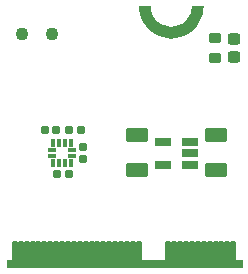
<source format=gbr>
%TF.GenerationSoftware,KiCad,Pcbnew,9.0.0*%
%TF.CreationDate,2025-05-23T16:00:21+04:00*%
%TF.ProjectId,02_05_sensor_magnetometer_LIS2MDLTR,30325f30-355f-4736-956e-736f725f6d61,rev?*%
%TF.SameCoordinates,Original*%
%TF.FileFunction,Soldermask,Top*%
%TF.FilePolarity,Negative*%
%FSLAX46Y46*%
G04 Gerber Fmt 4.6, Leading zero omitted, Abs format (unit mm)*
G04 Created by KiCad (PCBNEW 9.0.0) date 2025-05-23 16:00:21*
%MOMM*%
%LPD*%
G01*
G04 APERTURE LIST*
G04 Aperture macros list*
%AMRoundRect*
0 Rectangle with rounded corners*
0 $1 Rounding radius*
0 $2 $3 $4 $5 $6 $7 $8 $9 X,Y pos of 4 corners*
0 Add a 4 corners polygon primitive as box body*
4,1,4,$2,$3,$4,$5,$6,$7,$8,$9,$2,$3,0*
0 Add four circle primitives for the rounded corners*
1,1,$1+$1,$2,$3*
1,1,$1+$1,$4,$5*
1,1,$1+$1,$6,$7*
1,1,$1+$1,$8,$9*
0 Add four rect primitives between the rounded corners*
20,1,$1+$1,$2,$3,$4,$5,0*
20,1,$1+$1,$4,$5,$6,$7,0*
20,1,$1+$1,$6,$7,$8,$9,0*
20,1,$1+$1,$8,$9,$2,$3,0*%
G04 Aperture macros list end*
%ADD10C,0.100000*%
%ADD11C,0.000000*%
%ADD12RoundRect,0.101600X0.175000X0.725000X-0.175000X0.725000X-0.175000X-0.725000X0.175000X-0.725000X0*%
%ADD13C,0.657200*%
%ADD14RoundRect,0.050000X0.600000X-0.300000X0.600000X0.300000X-0.600000X0.300000X-0.600000X-0.300000X0*%
%ADD15RoundRect,0.225000X-0.300000X0.225000X-0.300000X-0.225000X0.300000X-0.225000X0.300000X0.225000X0*%
%ADD16RoundRect,0.165000X0.195000X-0.165000X0.195000X0.165000X-0.195000X0.165000X-0.195000X-0.165000X0*%
%ADD17RoundRect,0.243750X-0.281250X0.243750X-0.281250X-0.243750X0.281250X-0.243750X0.281250X0.243750X0*%
%ADD18RoundRect,0.160000X-0.160000X-0.210000X0.160000X-0.210000X0.160000X0.210000X-0.160000X0.210000X0*%
%ADD19C,1.100000*%
%ADD20RoundRect,0.165000X0.165000X0.195000X-0.165000X0.195000X-0.165000X-0.195000X0.165000X-0.195000X0*%
%ADD21RoundRect,0.271739X0.678261X-0.353261X0.678261X0.353261X-0.678261X0.353261X-0.678261X-0.353261X0*%
%ADD22RoundRect,0.165000X-0.165000X-0.195000X0.165000X-0.195000X0.165000X0.195000X-0.165000X0.195000X0*%
%ADD23RoundRect,0.050000X-0.140005X-0.250000X0.140005X-0.250000X0.140005X0.250000X-0.140005X0.250000X0*%
%ADD24RoundRect,0.050000X-0.250000X-0.140005X0.250000X-0.140005X0.250000X0.140005X-0.250000X0.140005X0*%
G04 APERTURE END LIST*
D10*
X138550000Y-113850000D02*
X158450000Y-113850000D01*
X158450000Y-114450000D01*
X138550000Y-114450000D01*
X138550000Y-113850000D01*
G36*
X138550000Y-113850000D02*
G01*
X158450000Y-113850000D01*
X158450000Y-114450000D01*
X138550000Y-114450000D01*
X138550000Y-113850000D01*
G37*
D11*
%TO.C,J1*%
G36*
X150777686Y-92669501D02*
G01*
X150856638Y-92964152D01*
X150985556Y-93240617D01*
X151160522Y-93490495D01*
X151376222Y-93706195D01*
X151626100Y-93881161D01*
X151902565Y-94010079D01*
X152197216Y-94089031D01*
X152501100Y-94115617D01*
X152804984Y-94089031D01*
X153099635Y-94010079D01*
X153376100Y-93881161D01*
X153625978Y-93706195D01*
X153841678Y-93490495D01*
X154016644Y-93240617D01*
X154145562Y-92964152D01*
X154251100Y-92365617D01*
X155251100Y-92365617D01*
X155227573Y-92724564D01*
X155157396Y-93077369D01*
X155041769Y-93417996D01*
X154882670Y-93740617D01*
X154682822Y-94039711D01*
X154445644Y-94310161D01*
X154175194Y-94547339D01*
X153876100Y-94747187D01*
X153553479Y-94906286D01*
X153212852Y-95021913D01*
X152501100Y-95115617D01*
X152142153Y-95092090D01*
X151789348Y-95021913D01*
X151448721Y-94906286D01*
X151126100Y-94747187D01*
X150827006Y-94547339D01*
X150556556Y-94310161D01*
X150319378Y-94039711D01*
X150119530Y-93740617D01*
X149960431Y-93417996D01*
X149844804Y-93077369D01*
X149774627Y-92724564D01*
X149751100Y-92365617D01*
X150751100Y-92365617D01*
X150777686Y-92669501D01*
G37*
%TD*%
D12*
%TO.C,J1*%
X157751100Y-113090617D03*
X157251100Y-113090617D03*
X156751100Y-113090617D03*
X156251100Y-113090617D03*
X155751100Y-113090617D03*
X155251100Y-113090617D03*
X154751100Y-113090617D03*
X154251100Y-113090617D03*
X153751100Y-113090617D03*
X153251100Y-113090617D03*
X152751100Y-113090617D03*
X152251100Y-113090617D03*
X149751100Y-113090617D03*
X149251100Y-113090617D03*
X148751100Y-113090617D03*
X148251100Y-113090617D03*
X147751100Y-113090617D03*
X147251100Y-113090617D03*
X146751100Y-113090617D03*
X146251100Y-113090617D03*
X145751100Y-113090617D03*
X145251100Y-113090617D03*
X144751100Y-113090617D03*
X144251100Y-113090617D03*
X143751100Y-113090617D03*
X143251100Y-113090617D03*
X142751100Y-113090617D03*
X142251100Y-113090617D03*
X141751100Y-113090617D03*
X141251100Y-113090617D03*
X140751100Y-113090617D03*
X140251100Y-113090617D03*
X139751100Y-113090617D03*
X139251100Y-113090617D03*
D13*
X150401100Y-93365617D03*
X152501100Y-94665617D03*
X154601100Y-93365617D03*
%TD*%
D14*
%TO.C,U2*%
X154087487Y-105799962D03*
X154087487Y-104850000D03*
X154087487Y-103900038D03*
X151787513Y-103900038D03*
X151787513Y-105799962D03*
%TD*%
D15*
%TO.C,R1*%
X156200000Y-95075000D03*
X156200000Y-96725000D03*
%TD*%
D16*
%TO.C,C5*%
X145050064Y-105284093D03*
X145050064Y-104324093D03*
%TD*%
D17*
%TO.C,D1*%
X157800000Y-95137500D03*
X157800000Y-96712500D03*
%TD*%
D18*
%TO.C,R2*%
X142840064Y-106604093D03*
X143860064Y-106604093D03*
%TD*%
D19*
%TO.C,SDA1*%
X139900000Y-94700000D03*
%TD*%
D20*
%TO.C,C2*%
X142730064Y-102904093D03*
X141770064Y-102904093D03*
%TD*%
D21*
%TO.C,C3*%
X156300000Y-106275000D03*
X156300000Y-103325000D03*
%TD*%
D19*
%TO.C,SCL1*%
X142400000Y-94700000D03*
%TD*%
D22*
%TO.C,C1*%
X143870064Y-102904093D03*
X144830064Y-102904093D03*
%TD*%
D23*
%TO.C,U3*%
X142500000Y-105679125D03*
X143000128Y-105679125D03*
X143500000Y-105679125D03*
X144000128Y-105679125D03*
D24*
X144125096Y-105054029D03*
X144125096Y-104554157D03*
D23*
X144000128Y-103929061D03*
X143500000Y-103929061D03*
X143000128Y-103929061D03*
X142500000Y-103929061D03*
D24*
X142375032Y-104554157D03*
X142375032Y-105054029D03*
%TD*%
D21*
%TO.C,C4*%
X149600000Y-106275000D03*
X149600000Y-103325000D03*
%TD*%
M02*

</source>
